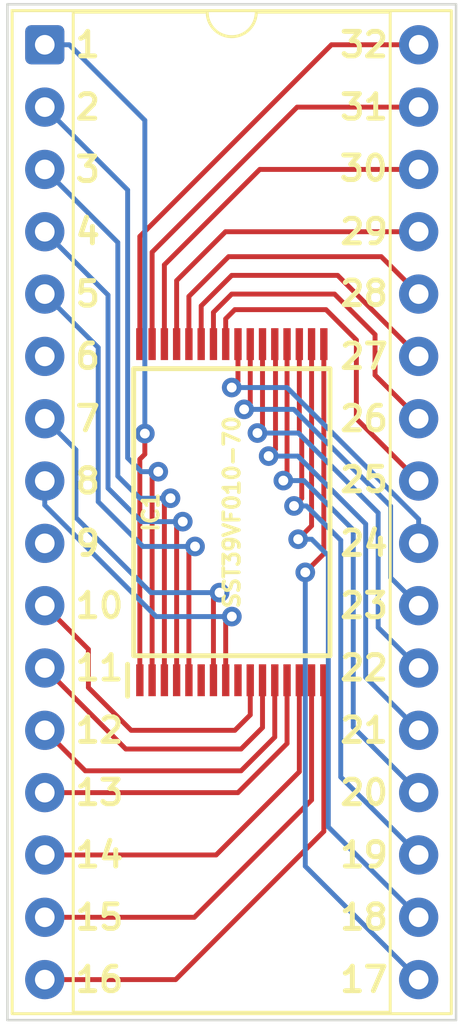
<source format=kicad_pcb>
(kicad_pcb (version 20241229) (generator "pcbnew") (generator_version "9.0")
  (title_block (title "TSSOP32-14mm Adapter") (date "2024-02-15") (rev "V0"))
  (layers (0 "F.Cu" signal) (2 "B.Cu" signal) (13 "F.Paste" user) (15 "B.Paste" user) (5 "F.SilkS" user "F.Silkscreen") (7 "B.SilkS" user "B.Silkscreen") (1 "F.Mask" user) (3 "B.Mask" user) (25 "Edge.Cuts" user))
  (net 0 "")
  (net 1 "/32")
  (net 2 "/16")
  (net 3 "/13")
  (net 4 "/30")
  (net 5 "/29")
  (net 6 "/5")
  (net 7 "/23")
  (net 8 "/19")
  (net 9 "/3")
  (net 10 "/18")
  (net 11 "/27")
  (net 12 "/15")
  (net 13 "/24")
  (net 14 "/7")
  (net 15 "/31")
  (net 16 "/11")
  (net 17 "/17")
  (net 18 "/1")
  (net 19 "/8")
  (net 20 "/20")
  (net 21 "/26")
  (net 22 "/22")
  (net 23 "/28")
  (net 24 "/14")
  (net 25 "/4")
  (net 26 "/21")
  (net 27 "/25")
  (net 28 "/2")
  (net 29 "/10")
  (net 30 "/12")
  (footprint "SamacSys_Parts:SOP50P1400X120-32N" (layer "F.Cu") (at 7.625 19.05 90)
    (property "Reference" "IC1" (at 0 -3.302001 90) (layer "F.SilkS") (effects (font (size 0.635 0.635) (thickness 0.15) (bold yes))))
    (property "Value" "SST39VF010-70-4I-WHE" (hide yes))
    (property "Silkscreen" "SST39VF010-70" (at 0 0 90) (layer "F.SilkS") (effects (font (size 0.635 0.635))))
    (fp_line (start -7.5 -4.25) (end -6.2 -4.25) (stroke (width 0.2)) (layer "F.SilkS"))
    (fp_line (start 5.85 -4) (end 5.85 4) (stroke (width 0.2)) (layer "F.SilkS"))
    (fp_line (start -5.85 -4) (end 5.85 -4) (stroke (width 0.2)) (layer "F.SilkS"))
    (fp_line (start 5.85 4) (end -5.85 4) (stroke (width 0.2)) (layer "F.SilkS"))
    (fp_line (start -5.85 4) (end -5.85 -4) (stroke (width 0.2)) (layer "F.SilkS"))
    (pad "1" smd rect (at -6.85 -3.75 180) (size 0.3 1.3) (layers "F.Cu" "F.Mask" "F.Paste") (net 18 "/1"))
    (pad "2" smd rect (at -6.849999 -3.25 180) (size 0.3 1.3) (layers "F.Cu" "F.Mask" "F.Paste") (net 28 "/2"))
    (pad "3" smd rect (at -6.85 -2.75 180) (size 0.3 1.3) (layers "F.Cu" "F.Mask" "F.Paste") (net 9 "/3"))
    (pad "4" smd rect (at -6.85 -2.25 180) (size 0.3 1.3) (layers "F.Cu" "F.Mask" "F.Paste") (net 25 "/4"))
    (pad "5" smd rect (at -6.85 -1.749999 180) (size 0.3 1.3) (layers "F.Cu" "F.Mask" "F.Paste") (net 6 "/5"))
    (pad "6" smd rect (at -6.85 -1.25 180) (size 0.3 1.3) (layers "F.Cu" "F.Mask" "F.Paste"))
    (pad "7" smd rect (at -6.85 -0.750001 180) (size 0.3 1.3) (layers "F.Cu" "F.Mask" "F.Paste") (net 14 "/7"))
    (pad "8" smd rect (at -6.85 -0.25 180) (size 0.3 1.3) (layers "F.Cu" "F.Mask" "F.Paste") (net 19 "/8"))
    (pad "9" smd rect (at -6.85 0.25 180) (size 0.3 1.3) (layers "F.Cu" "F.Mask" "F.Paste"))
    (pad "10" smd rect (at -6.85 0.750001 180) (size 0.3 1.3) (layers "F.Cu" "F.Mask" "F.Paste") (net 29 "/10"))
    (pad "11" smd rect (at -6.85 1.25 180) (size 0.3 1.3) (layers "F.Cu" "F.Mask" "F.Paste") (net 16 "/11"))
    (pad "12" smd rect (at -6.85 1.749999 180) (size 0.3 1.3) (layers "F.Cu" "F.Mask" "F.Paste") (net 30 "/12"))
    (pad "13" smd rect (at -6.85 2.25 180) (size 0.3 1.3) (layers "F.Cu" "F.Mask" "F.Paste") (net 3 "/13"))
    (pad "14" smd rect (at -6.85 2.75 180) (size 0.3 1.3) (layers "F.Cu" "F.Mask" "F.Paste") (net 24 "/14"))
    (pad "15" smd rect (at -6.849999 3.25 180) (size 0.3 1.3) (layers "F.Cu" "F.Mask" "F.Paste") (net 12 "/15"))
    (pad "16" smd rect (at -6.85 3.75 180) (size 0.3 1.3) (layers "F.Cu" "F.Mask" "F.Paste") (net 2 "/16"))
    (pad "17" smd rect (at 6.85 3.75 180) (size 0.3 1.3) (layers "F.Cu" "F.Mask" "F.Paste") (net 17 "/17"))
    (pad "18" smd rect (at 6.849999 3.25 180) (size 0.3 1.3) (layers "F.Cu" "F.Mask" "F.Paste") (net 10 "/18"))
    (pad "19" smd rect (at 6.85 2.75 180) (size 0.3 1.3) (layers "F.Cu" "F.Mask" "F.Paste") (net 8 "/19"))
    (pad "20" smd rect (at 6.85 2.25 180) (size 0.3 1.3) (layers "F.Cu" "F.Mask" "F.Paste") (net 20 "/20"))
    (pad "21" smd rect (at 6.85 1.749999 180) (size 0.3 1.3) (layers "F.Cu" "F.Mask" "F.Paste") (net 26 "/21"))
    (pad "22" smd rect (at 6.85 1.25 180) (size 0.3 1.3) (layers "F.Cu" "F.Mask" "F.Paste") (net 22 "/22"))
    (pad "23" smd rect (at 6.85 0.750001 180) (size 0.3 1.3) (layers "F.Cu" "F.Mask" "F.Paste") (net 7 "/23"))
    (pad "24" smd rect (at 6.85 0.25 180) (size 0.3 1.3) (layers "F.Cu" "F.Mask" "F.Paste") (net 13 "/24"))
    (pad "25" smd rect (at 6.85 -0.25 180) (size 0.3 1.3) (layers "F.Cu" "F.Mask" "F.Paste") (net 27 "/25"))
    (pad "26" smd rect (at 6.85 -0.750001 180) (size 0.3 1.3) (layers "F.Cu" "F.Mask" "F.Paste") (net 21 "/26"))
    (pad "27" smd rect (at 6.85 -1.25 180) (size 0.3 1.3) (layers "F.Cu" "F.Mask" "F.Paste") (net 11 "/27"))
    (pad "28" smd rect (at 6.85 -1.749999 180) (size 0.3 1.3) (layers "F.Cu" "F.Mask" "F.Paste") (net 23 "/28"))
    (pad "29" smd rect (at 6.85 -2.25 180) (size 0.3 1.3) (layers "F.Cu" "F.Mask" "F.Paste") (net 5 "/29"))
    (pad "30" smd rect (at 6.85 -2.75 180) (size 0.3 1.3) (layers "F.Cu" "F.Mask" "F.Paste") (net 4 "/30"))
    (pad "31" smd rect (at 6.849999 -3.25 180) (size 0.3 1.3) (layers "F.Cu" "F.Mask" "F.Paste") (net 15 "/31"))
    (pad "32" smd rect (at 6.85 -3.75 180) (size 0.3 1.3) (layers "F.Cu" "F.Mask" "F.Paste") (net 1 "/32"))
  )
  (footprint "Package_DIP:DIP-32_W15.24mm_Socket" (layer "F.Cu") (at 0 0)
    (property "Reference" "J1" (hide yes))
    (property "Value" "Conn_02x16_Counter_Clockwise")
    (fp_line (start 1.16 -1.33) (end 1.16 39.43) (stroke (width 0.12)) (layer "F.SilkS"))
    (fp_line (start 1.16 39.43) (end 14.08 39.43) (stroke (width 0.12)) (layer "F.SilkS"))
    (fp_line (start 6.62 -1.33) (end 1.16 -1.33) (stroke (width 0.12)) (layer "F.SilkS"))
    (fp_line (start 14.08 -1.33) (end 8.62 -1.33) (stroke (width 0.12)) (layer "F.SilkS"))
    (fp_line (start 14.08 39.43) (end 14.08 -1.33) (stroke (width 0.12)) (layer "F.SilkS"))
    (fp_rect (start -1.33 -1.39) (end 16.57 39.49) (stroke (width 0.12)) (fill no) (layer "F.SilkS"))
    (fp_arc (start 8.62 -1.33) (mid 7.62 -0.33) (end 6.62 -1.33) (stroke (width 0.12)) (layer "F.SilkS"))
    (pad "1" thru_hole roundrect (at 0 0) (size 1.6 1.6) (drill 0.8) (layers "*.Cu" "*.Mask") (roundrect_rratio 0.15625) (net 18 "/1"))
    (pad "2" thru_hole circle (at 0 2.54) (size 1.6 1.6) (drill 0.8) (layers "*.Cu" "*.Mask") (net 28 "/2"))
    (pad "3" thru_hole circle (at 0 5.08) (size 1.6 1.6) (drill 0.8) (layers "*.Cu" "*.Mask") (net 9 "/3"))
    (pad "4" thru_hole circle (at 0 7.62) (size 1.6 1.6) (drill 0.8) (layers "*.Cu" "*.Mask") (net 25 "/4"))
    (pad "5" thru_hole circle (at 0 10.16) (size 1.6 1.6) (drill 0.8) (layers "*.Cu" "*.Mask") (net 6 "/5"))
    (pad "6" thru_hole circle (at 0 12.7) (size 1.6 1.6) (drill 0.8) (layers "*.Cu" "*.Mask"))
    (pad "7" thru_hole circle (at 0 15.24) (size 1.6 1.6) (drill 0.8) (layers "*.Cu" "*.Mask") (net 14 "/7"))
    (pad "8" thru_hole circle (at 0 17.78) (size 1.6 1.6) (drill 0.8) (layers "*.Cu" "*.Mask") (net 19 "/8"))
    (pad "9" thru_hole circle (at 0 20.32) (size 1.6 1.6) (drill 0.8) (layers "*.Cu" "*.Mask"))
    (pad "10" thru_hole circle (at 0 22.86) (size 1.6 1.6) (drill 0.8) (layers "*.Cu" "*.Mask") (net 29 "/10"))
    (pad "11" thru_hole circle (at 0 25.4) (size 1.6 1.6) (drill 0.8) (layers "*.Cu" "*.Mask") (net 16 "/11"))
    (pad "12" thru_hole circle (at 0 27.94) (size 1.6 1.6) (drill 0.8) (layers "*.Cu" "*.Mask") (net 30 "/12"))
    (pad "13" thru_hole circle (at 0 30.48) (size 1.6 1.6) (drill 0.8) (layers "*.Cu" "*.Mask") (net 3 "/13"))
    (pad "14" thru_hole circle (at 0 33.02) (size 1.6 1.6) (drill 0.8) (layers "*.Cu" "*.Mask") (net 24 "/14"))
    (pad "15" thru_hole circle (at 0 35.56) (size 1.6 1.6) (drill 0.8) (layers "*.Cu" "*.Mask") (net 12 "/15"))
    (pad "16" thru_hole circle (at 0 38.1) (size 1.6 1.6) (drill 0.8) (layers "*.Cu" "*.Mask") (net 2 "/16"))
    (pad "17" thru_hole circle (at 15.24 38.1) (size 1.6 1.6) (drill 0.8) (layers "*.Cu" "*.Mask") (net 17 "/17"))
    (pad "18" thru_hole circle (at 15.24 35.56) (size 1.6 1.6) (drill 0.8) (layers "*.Cu" "*.Mask") (net 10 "/18"))
    (pad "19" thru_hole circle (at 15.24 33.02) (size 1.6 1.6) (drill 0.8) (layers "*.Cu" "*.Mask") (net 8 "/19"))
    (pad "20" thru_hole circle (at 15.24 30.48) (size 1.6 1.6) (drill 0.8) (layers "*.Cu" "*.Mask") (net 20 "/20"))
    (pad "21" thru_hole circle (at 15.24 27.94) (size 1.6 1.6) (drill 0.8) (layers "*.Cu" "*.Mask") (net 26 "/21"))
    (pad "22" thru_hole circle (at 15.24 25.4) (size 1.6 1.6) (drill 0.8) (layers "*.Cu" "*.Mask") (net 22 "/22"))
    (pad "23" thru_hole circle (at 15.24 22.86) (size 1.6 1.6) (drill 0.8) (layers "*.Cu" "*.Mask") (net 7 "/23"))
    (pad "24" thru_hole circle (at 15.24 20.32) (size 1.6 1.6) (drill 0.8) (layers "*.Cu" "*.Mask") (net 13 "/24"))
    (pad "25" thru_hole circle (at 15.24 17.78) (size 1.6 1.6) (drill 0.8) (layers "*.Cu" "*.Mask") (net 27 "/25"))
    (pad "26" thru_hole circle (at 15.24 15.24) (size 1.6 1.6) (drill 0.8) (layers "*.Cu" "*.Mask") (net 21 "/26"))
    (pad "27" thru_hole circle (at 15.24 12.7) (size 1.6 1.6) (drill 0.8) (layers "*.Cu" "*.Mask") (net 11 "/27"))
    (pad "28" thru_hole circle (at 15.24 10.16) (size 1.6 1.6) (drill 0.8) (layers "*.Cu" "*.Mask") (net 23 "/28"))
    (pad "29" thru_hole circle (at 15.24 7.62) (size 1.6 1.6) (drill 0.8) (layers "*.Cu" "*.Mask") (net 5 "/29"))
    (pad "30" thru_hole circle (at 15.24 5.08) (size 1.6 1.6) (drill 0.8) (layers "*.Cu" "*.Mask") (net 4 "/30"))
    (pad "31" thru_hole circle (at 15.24 2.54) (size 1.6 1.6) (drill 0.8) (layers "*.Cu" "*.Mask") (net 15 "/31"))
    (pad "32" thru_hole circle (at 15.24 0) (size 1.6 1.6) (drill 0.8) (layers "*.Cu" "*.Mask") (net 1 "/32"))
  )
  (footprint "SamacSys_Parts:PinHeader_1x16_P2.54mm_Vertical" (layer "B.Cu") (at 0 0 180)
    (property "Reference" "J5" (hide yes))
    (property "Value" "Pin_Header_01x16")
  )
  (footprint "SamacSys_Parts:PinHeader_1x16_P2.54mm_Vertical" (layer "B.Cu") (at 15.24 0 180)
    (property "Reference" "J4" (hide yes))
    (property "Value" "Pin_Header_01x16")
  )
  (gr_line (start -1.524 39.751) (end -1.524 -1.651) (stroke (width 0.1)) (layer "Edge.Cuts"))
  (gr_line (start -1.524 -1.651) (end 16.764 -1.651) (stroke (width 0.1)) (layer "Edge.Cuts"))
  (gr_line (start 16.764 39.751) (end 16.764 -1.651) (stroke (width 0.1)) (layer "Edge.Cuts"))
  (gr_line (start 16.764 39.751) (end -1.524 39.751) (stroke (width 0.1)) (layer "Edge.Cuts"))
  (gr_text "7" (at 1.143 15.24 0) (layer "F.SilkS") (effects (font (size 1 1) (thickness 0.2) (bold yes)) (justify left)))
  (gr_text "12" (at 1.143 27.94 0) (layer "F.SilkS") (effects (font (size 1 1) (thickness 0.2) (bold yes)) (justify left)))
  (gr_text "5" (at 1.143 10.16 0) (layer "F.SilkS") (effects (font (size 1 1) (thickness 0.2) (bold yes)) (justify left)))
  (gr_text "16" (at 1.143 38.1 0) (layer "F.SilkS") (effects (font (size 1 1) (thickness 0.2) (bold yes)) (justify left)))
  (gr_text "8" (at 1.143 17.78 0) (layer "F.SilkS") (effects (font (size 1 1) (thickness 0.2) (bold yes)) (justify left)))
  (gr_text "28" (at 14.096999 10.136671 0) (layer "F.SilkS") (effects (font (size 1 1) (thickness 0.2) (bold yes)) (justify right)))
  (gr_text "15" (at 1.143 35.56 0) (layer "F.SilkS") (effects (font (size 1 1) (thickness 0.2) (bold yes)) (justify left)))
  (gr_text "6" (at 1.143 12.7 0) (layer "F.SilkS") (effects (font (size 1 1) (thickness 0.2) (bold yes)) (justify left)))
  (gr_text "21\n" (at 14.097 27.94 0) (layer "F.SilkS") (effects (font (size 1 1) (thickness 0.2) (bold yes)) (justify right)))
  (gr_text "19" (at 14.097 33.02 0) (layer "F.SilkS") (effects (font (size 1 1) (thickness 0.2) (bold yes)) (justify right)))
  (gr_text "9" (at 1.143 20.32 0) (layer "F.SilkS") (effects (font (size 1 1) (thickness 0.2) (bold yes)) (justify left)))
  (gr_text "13" (at 1.143 30.48 0) (layer "F.SilkS") (effects (font (size 1 1) (thickness 0.2) (bold yes)) (justify left)))
  (gr_text "22" (at 14.097 25.4 0) (layer "F.SilkS") (effects (font (size 1 1) (thickness 0.2) (bold yes)) (justify right)))
  (gr_text "2" (at 1.143 2.54 0) (layer "F.SilkS") (effects (font (size 1 1) (thickness 0.2) (bold yes)) (justify left)))
  (gr_text "29" (at 14.097 7.62 0) (layer "F.SilkS") (effects (font (size 1 1) (thickness 0.2) (bold yes)) (justify right)))
  (gr_text "3" (at 1.143 5.08 0) (layer "F.SilkS") (effects (font (size 1 1) (thickness 0.2) (bold yes)) (justify left)))
  (gr_text "23" (at 14.097 22.86 0) (layer "F.SilkS") (effects (font (size 1 1) (thickness 0.2) (bold yes)) (justify right)))
  (gr_text "4" (at 1.143 7.62 0) (layer "F.SilkS") (effects (font (size 1 1) (thickness 0.2) (bold yes)) (justify left)))
  (gr_text "25" (at 14.096999 17.725969 0) (layer "F.SilkS") (effects (font (size 1 1) (thickness 0.2) (bold yes)) (justify right)))
  (gr_text "11" (at 1.143 25.4 0) (layer "F.SilkS") (effects (font (size 1 1) (thickness 0.2) (bold yes)) (justify left)))
  (gr_text "27" (at 14.097 12.7 0) (layer "F.SilkS") (effects (font (size 1 1) (thickness 0.2) (bold yes)) (justify right)))
  (gr_text "32" (at 14.097 0 0) (layer "F.SilkS") (effects (font (size 1 1) (thickness 0.2) (bold yes)) (justify right)))
  (gr_text "18" (at 14.097 35.56 0) (layer "F.SilkS") (effects (font (size 1 1) (thickness 0.2) (bold yes)) (justify right)))
  (gr_text "30" (at 14.080608 5.038892 0) (layer "F.SilkS") (effects (font (size 1 1) (thickness 0.2) (bold yes)) (justify right)))
  (gr_text "24" (at 14.097 20.32 0) (layer "F.SilkS") (effects (font (size 1 1) (thickness 0.2) (bold yes)) (justify right)))
  (gr_text "26" (at 14.097 15.24 0) (layer "F.SilkS") (effects (font (size 1 1) (thickness 0.2) (bold yes)) (justify right)))
  (gr_text "20" (at 14.097 30.48 0) (layer "F.SilkS") (effects (font (size 1 1) (thickness 0.2) (bold yes)) (justify right)))
  (gr_text "31" (at 14.097 2.54 0) (layer "F.SilkS") (effects (font (size 1 1) (thickness 0.2) (bold yes)) (justify right)))
  (gr_text "17" (at 14.097 38.1 0) (layer "F.SilkS") (effects (font (size 1 1) (thickness 0.2) (bold yes)) (justify right)))
  (gr_text "1" (at 1.143 0 0) (layer "F.SilkS") (effects (font (size 1 1) (thickness 0.2) (bold yes)) (justify left)))
  (gr_text "14" (at 1.143 33.02 0) (layer "F.SilkS") (effects (font (size 1 1) (thickness 0.2) (bold yes)) (justify left)))
  (gr_text "10" (at 1.143 22.86 0) (layer "F.SilkS") (effects (font (size 1 1) (thickness 0.2) (bold yes)) (justify left)))
  (segment (start 11.684 0) (end 15.24 0) (width 0.2) (layer "F.Cu") (net 1))
  (segment (start 3.875 12.2) (end 3.875 7.809) (width 0.2) (layer "F.Cu") (net 1))
  (segment (start 3.875 7.809) (end 11.684 0) (width 0.2) (layer "F.Cu") (net 1))
  (segment (start 11.375 32.059) (end 5.334 38.1) (width 0.2) (layer "F.Cu") (net 2))
  (segment (start 11.375 25.9) (end 11.375 32.059) (width 0.2) (layer "F.Cu") (net 2))
  (segment (start 5.334 38.1) (end 0 38.1) (width 0.2) (layer "F.Cu") (net 2))
  (segment (start 7.874 30.48) (end 0 30.48) (width 0.2) (layer "F.Cu") (net 3))
  (segment (start 9.875 28.479) (end 7.874 30.48) (width 0.2) (layer "F.Cu") (net 3))
  (segment (start 9.875 25.9) (end 9.875 28.479) (width 0.2) (layer "F.Cu") (net 3))
  (segment (start 4.875 12.2) (end 4.875 8.968) (width 0.2) (layer "F.Cu") (net 4))
  (segment (start 4.875 8.968) (end 8.763 5.08) (width 0.2) (layer "F.Cu") (net 4))
  (segment (start 8.763 5.08) (end 15.24 5.08) (width 0.2) (layer "F.Cu") (net 4))
  (segment (start 7.366 7.62) (end 15.24 7.62) (width 0.2) (layer "F.Cu") (net 5))
  (segment (start 5.375 12.2) (end 5.375 9.611) (width 0.2) (layer "F.Cu") (net 5))
  (segment (start 5.375 9.611) (end 7.366 7.62) (width 0.2) (layer "F.Cu") (net 5))
  (segment (start 5.875001 20.696999) (end 6.125 20.447) (width 0.2) (layer "F.Cu") (net 6))
  (segment (start 5.875001 25.9) (end 5.875001 20.696999) (width 0.2) (layer "F.Cu") (net 6))
  (via (at 6.125 20.447) (size 0.8) (drill 0.4) (layers "F.Cu" "B.Cu") (net 6))
  (segment (start 0 10.16) (end 2.178 12.338) (width 0.2) (layer "B.Cu") (net 6))
  (segment (start 2.178 18.6245) (end 4.0005 20.447) (width 0.2) (layer "B.Cu") (net 6))
  (segment (start 4.0005 20.447) (end 6.125 20.447) (width 0.2) (layer "B.Cu") (net 6))
  (segment (start 2.178 12.338) (end 2.178 18.6245) (width 0.2) (layer "B.Cu") (net 6))
  (segment (start 8.375001 14.608999) (end 8.125 14.859) (width 0.2) (layer "F.Cu") (net 7))
  (segment (start 8.375001 12.2) (end 8.375001 14.608999) (width 0.2) (layer "F.Cu") (net 7))
  (via (at 8.125 14.859) (size 0.8) (drill 0.4) (layers "F.Cu" "B.Cu") (net 7))
  (segment (start 14.097 21.717) (end 14.097 18.806003) (width 0.2) (layer "B.Cu") (net 7))
  (segment (start 10.149997 14.859) (end 8.125 14.859) (width 0.2) (layer "B.Cu") (net 7))
  (segment (start 15.24 22.86) (end 14.097 21.717) (width 0.2) (layer "B.Cu") (net 7))
  (segment (start 14.097 18.806003) (end 10.149997 14.859) (width 0.2) (layer "B.Cu") (net 7))
  (segment (start 10.375 15.860653) (end 10.475 15.960653) (width 0.2) (layer "F.Cu") (net 8))
  (segment (start 10.475 15.960653) (end 10.475 18.481) (width 0.2) (layer "F.Cu") (net 8))
  (segment (start 10.375 12.2) (end 10.375 15.860653) (width 0.2) (layer "F.Cu") (net 8))
  (segment (start 10.475 18.481) (end 10.16 18.796) (width 0.2) (layer "F.Cu") (net 8))
  (via (at 10.16 18.796) (size 0.8) (drill 0.4) (layers "F.Cu" "B.Cu") (net 8))
  (segment (start 12.065 29.845) (end 12.065 20.193) (width 0.2) (layer "B.Cu") (net 8))
  (segment (start 10.668 18.796) (end 10.16 18.796) (width 0.2) (layer "B.Cu") (net 8))
  (segment (start 12.065 20.193) (end 10.668 18.796) (width 0.2) (layer "B.Cu") (net 8))
  (segment (start 15.24 33.02) (end 12.065 29.845) (width 0.2) (layer "B.Cu") (net 8))
  (segment (start 4.875 25.9) (end 4.875 18.731326) (width 0.2) (layer "F.Cu") (net 9))
  (segment (start 4.875 18.731326) (end 5.125 18.481326) (width 0.2) (layer "F.Cu") (net 9))
  (via (at 5.125 18.481326) (size 0.8) (drill 0.4) (layers "F.Cu" "B.Cu") (net 9))
  (segment (start 0 5.08) (end 2.978 8.058) (width 0.2) (layer "B.Cu") (net 9))
  (segment (start 2.978 8.058) (end 2.978 17.583) (width 0.2) (layer "B.Cu") (net 9))
  (segment (start 3.876326 18.481326) (end 5.125 18.481326) (width 0.2) (layer "B.Cu") (net 9))
  (segment (start 2.978 17.583) (end 3.876326 18.481326) (width 0.2) (layer "B.Cu") (net 9))
  (segment (start 10.875 12.200001) (end 10.875 19.605) (width 0.2) (layer "F.Cu") (net 10))
  (segment (start 10.875 19.605) (end 10.328169 20.151831) (width 0.2) (layer "F.Cu") (net 10))
  (via (at 10.328169 20.151831) (size 0.8) (drill 0.4) (layers "F.Cu" "B.Cu") (net 10))
  (segment (start 10.880831 20.151831) (end 10.328169 20.151831) (width 0.2) (layer "B.Cu") (net 10))
  (segment (start 11.557 31.877) (end 11.557 20.828) (width 0.2) (layer "B.Cu") (net 10))
  (segment (start 11.557 20.828) (end 10.880831 20.151831) (width 0.2) (layer "B.Cu") (net 10))
  (segment (start 15.24 35.56) (end 11.557 31.877) (width 0.2) (layer "B.Cu") (net 10))
  (segment (start 7.62 9.398) (end 11.938 9.398) (width 0.2) (layer "F.Cu") (net 11))
  (segment (start 6.375 10.643) (end 7.62 9.398) (width 0.2) (layer "F.Cu") (net 11))
  (segment (start 6.375 12.2) (end 6.375 10.643) (width 0.2) (layer "F.Cu") (net 11))
  (segment (start 11.938 9.398) (end 15.24 12.7) (width 0.2) (layer "F.Cu") (net 11))
  (segment (start 10.875 25.899999) (end 10.875 30.781) (width 0.2) (layer "F.Cu") (net 12))
  (segment (start 6.096 35.56) (end 0 35.56) (width 0.2) (layer "F.Cu") (net 12))
  (segment (start 10.875 30.781) (end 6.096 35.56) (width 0.2) (layer "F.Cu") (net 12))
  (segment (start 7.875 12.2) (end 7.875 13.715) (width 0.2) (layer "F.Cu") (net 13))
  (segment (start 7.875 13.715) (end 7.62 13.97) (width 0.2) (layer "F.Cu") (net 13))
  (via (at 7.62 13.97) (size 0.8) (drill 0.4) (layers "F.Cu" "B.Cu") (net 13))
  (segment (start 15.24 19.335636) (end 9.874364 13.97) (width 0.2) (layer "B.Cu") (net 13))
  (segment (start 15.24 20.32) (end 15.24 19.335636) (width 0.2) (layer "B.Cu") (net 13))
  (segment (start 9.874364 13.97) (end 7.62 13.97) (width 0.2) (layer "B.Cu") (net 13))
  (segment (start 6.874999 22.57801) (end 7.125 22.328009) (width 0.2) (layer "F.Cu") (net 14))
  (segment (start 6.874999 25.9) (end 6.874999 22.57801) (width 0.2) (layer "F.Cu") (net 14))
  (via (at 7.125 22.328009) (size 0.8) (drill 0.4) (layers "F.Cu" "B.Cu") (net 14))
  (segment (start 1.27 16.51) (end 1.27 19.27225) (width 0.2) (layer "B.Cu") (net 14))
  (segment (start 0 15.24) (end 1.27 16.51) (width 0.2) (layer "B.Cu") (net 14))
  (segment (start 1.27 19.27225) (end 4.325759 22.328009) (width 0.2) (layer "B.Cu") (net 14))
  (segment (start 4.325759 22.328009) (end 7.125 22.328009) (width 0.2) (layer "B.Cu") (net 14))
  (segment (start 10.287 2.54) (end 15.24 2.54) (width 0.2) (layer "F.Cu") (net 15))
  (segment (start 4.375 8.452) (end 10.287 2.54) (width 0.2) (layer "F.Cu") (net 15))
  (segment (start 4.375 12.200001) (end 4.375 8.452) (width 0.2) (layer "F.Cu") (net 15))
  (segment (start 8.875 25.9) (end 8.875 27.828) (width 0.2) (layer "F.Cu") (net 16))
  (segment (start 8.875 27.828) (end 8.001 28.702) (width 0.2) (layer "F.Cu") (net 16))
  (segment (start 8.001 28.702) (end 3.302 28.702) (width 0.2) (layer "F.Cu") (net 16))
  (segment (start 3.302 28.702) (end 0 25.4) (width 0.2) (layer "F.Cu") (net 16))
  (segment (start 11.375 20.745067) (end 10.617872 21.502195) (width 0.2) (layer "F.Cu") (net 17))
  (segment (start 11.375 12.2) (end 11.375 20.745067) (width 0.2) (layer "F.Cu") (net 17))
  (via (at 10.617872 21.502195) (size 0.8) (drill 0.4) (layers "F.Cu" "B.Cu") (net 17))
  (segment (start 15.24 38.1) (end 10.617872 33.477872) (width 0.2) (layer "B.Cu") (net 17))
  (segment (start 10.617872 33.477872) (end 10.617872 21.502195) (width 0.2) (layer "B.Cu") (net 17))
  (segment (start 4.079328 15.845666) (end 4.079328 16.686672) (width 0.2) (layer "F.Cu") (net 18))
  (segment (start 4.079328 16.686672) (end 3.875 16.891) (width 0.2) (layer "F.Cu") (net 18))
  (segment (start 3.875 25.9) (end 3.875 16.891) (width 0.2) (layer "F.Cu") (net 18))
  (via (at 4.079328 15.845666) (size 0.8) (drill 0.4) (layers "F.Cu" "B.Cu") (net 18))
  (segment (start 0 0) (end 1 0) (width 0.2) (layer "B.Cu") (net 18))
  (segment (start 4.079328 3.079328) (end 4.079328 15.845666) (width 0.2) (layer "B.Cu") (net 18))
  (segment (start 1 0) (end 4.079328 3.079328) (width 0.2) (layer "B.Cu") (net 18))
  (segment (start 7.375 23.554204) (end 7.624999 23.304205) (width 0.2) (layer "F.Cu") (net 19))
  (segment (start 7.375 25.9) (end 7.375 23.554204) (width 0.2) (layer "F.Cu") (net 19))
  (via (at 7.624999 23.304205) (size 0.8) (drill 0.4) (layers "F.Cu" "B.Cu") (net 19))
  (segment (start 0 18.764365) (end 4.53984 23.304205) (width 0.2) (layer "B.Cu") (net 19))
  (segment (start 4.53984 23.304205) (end 7.624999 23.304205) (width 0.2) (layer "B.Cu") (net 19))
  (segment (start 0 17.78) (end 0 18.764365) (width 0.2) (layer "B.Cu") (net 19))
  (segment (start 9.875 12.2) (end 9.875 17.61124) (width 0.2) (layer "F.Cu") (net 20))
  (segment (start 9.875 17.61124) (end 9.724189 17.762051) (width 0.2) (layer "F.Cu") (net 20))
  (via (at 9.724189 17.762051) (size 0.8) (drill 0.4) (layers "F.Cu" "B.Cu") (net 20))
  (segment (start 12.573 27.813) (end 12.573 19.774321) (width 0.2) (layer "B.Cu") (net 20))
  (segment (start 12.573 19.774321) (end 10.56073 17.762051) (width 0.2) (layer "B.Cu") (net 20))
  (segment (start 10.56073 17.762051) (end 9.724189 17.762051) (width 0.2) (layer "B.Cu") (net 20))
  (segment (start 15.24 30.48) (end 12.573 27.813) (width 0.2) (layer "B.Cu") (net 20))
  (segment (start 13.462 13.462) (end 15.24 15.24) (width 0.2) (layer "F.Cu") (net 21))
  (segment (start 6.874999 12.2) (end 6.874999 10.905001) (width 0.2) (layer "F.Cu") (net 21))
  (segment (start 6.874999 10.905001) (end 7.62 10.16) (width 0.2) (layer "F.Cu") (net 21))
  (segment (start 13.462 11.811) (end 13.462 13.462) (width 0.2) (layer "F.Cu") (net 21))
  (segment (start 11.811 10.16) (end 13.462 11.811) (width 0.2) (layer "F.Cu") (net 21))
  (segment (start 7.62 10.16) (end 11.811 10.16) (width 0.2) (layer "F.Cu") (net 21))
  (segment (start 8.875 12.2) (end 8.875 15.61772) (width 0.2) (layer "F.Cu") (net 22))
  (segment (start 8.875 15.61772) (end 8.668616 15.824104) (width 0.2) (layer "F.Cu") (net 22))
  (via (at 8.668616 15.824104) (size 0.8) (drill 0.4) (layers "F.Cu" "B.Cu") (net 22))
  (segment (start 10.337054 15.824104) (end 8.668616 15.824104) (width 0.2) (layer "B.Cu") (net 22))
  (segment (start 13.589 19.07605) (end 10.337054 15.824104) (width 0.2) (layer "B.Cu") (net 22))
  (segment (start 13.589 23.749) (end 13.589 19.07605) (width 0.2) (layer "B.Cu") (net 22))
  (segment (start 15.24 25.4) (end 13.589 23.749) (width 0.2) (layer "B.Cu") (net 22))
  (segment (start 13.716 8.636) (end 15.24 10.16) (width 0.2) (layer "F.Cu") (net 23))
  (segment (start 5.875001 10.253999) (end 7.493 8.636) (width 0.2) (layer "F.Cu") (net 23))
  (segment (start 7.493 8.636) (end 13.716 8.636) (width 0.2) (layer "F.Cu") (net 23))
  (segment (start 5.875001 12.2) (end 5.875001 10.253999) (width 0.2) (layer "F.Cu") (net 23))
  (segment (start 10.375 25.9) (end 10.375 29.63) (width 0.2) (layer "F.Cu") (net 24))
  (segment (start 10.375 29.63) (end 6.985 33.02) (width 0.2) (layer "F.Cu") (net 24))
  (segment (start 6.985 33.02) (end 0 33.02) (width 0.2) (layer "F.Cu") (net 24))
  (segment (start 5.375 25.9) (end 5.375 19.685233) (width 0.2) (layer "F.Cu") (net 25))
  (segment (start 5.375 19.685233) (end 5.625 19.435233) (width 0.2) (layer "F.Cu") (net 25))
  (via (at 5.625 19.435233) (size 0.8) (drill 0.4) (layers "F.Cu" "B.Cu") (net 25))
  (segment (start 2.578 18.072) (end 3.941233 19.435233) (width 0.2) (layer "B.Cu") (net 25))
  (segment (start 0 7.62) (end 2.578 10.198) (width 0.2) (layer "B.Cu") (net 25))
  (segment (start 2.578 10.198) (end 2.578 18.072) (width 0.2) (layer "B.Cu") (net 25))
  (segment (start 3.941233 19.435233) (end 5.625 19.435233) (width 0.2) (layer "B.Cu") (net 25))
  (segment (start 9.405 16.484) (end 9.125 16.764) (width 0.2) (layer "F.Cu") (net 26))
  (segment (start 9.405 12.230001) (end 9.405 16.484) (width 0.2) (layer "F.Cu") (net 26))
  (via (at 9.125 16.764) (size 0.8) (drill 0.4) (layers "F.Cu" "B.Cu") (net 26))
  (segment (start 13.081 25.781) (end 13.081 19.52929) (width 0.2) (layer "B.Cu") (net 26))
  (segment (start 15.24 27.94) (end 13.081 25.781) (width 0.2) (layer "B.Cu") (net 26))
  (segment (start 13.081 19.52929) (end 10.31571 16.764) (width 0.2) (layer "B.Cu") (net 26))
  (segment (start 10.31571 16.764) (end 9.125 16.764) (width 0.2) (layer "B.Cu") (net 26))
  (segment (start 7.747 10.795) (end 11.4635 10.795) (width 0.2) (layer "F.Cu") (net 27))
  (segment (start 7.375 12.2) (end 7.375 11.167) (width 0.2) (layer "F.Cu") (net 27))
  (segment (start 7.375 11.167) (end 7.747 10.795) (width 0.2) (layer "F.Cu") (net 27))
  (segment (start 11.4635 10.795) (end 12.7 12.0315) (width 0.2) (layer "F.Cu") (net 27))
  (segment (start 12.7 12.0315) (end 12.7 15.24) (width 0.2) (layer "F.Cu") (net 27))
  (segment (start 12.7 15.24) (end 15.24 17.78) (width 0.2) (layer "F.Cu") (net 27))
  (segment (start 4.375 25.899999) (end 4.375 17.649) (width 0.2) (layer "F.Cu") (net 28))
  (segment (start 4.375 17.649) (end 4.625 17.399) (width 0.2) (layer "F.Cu") (net 28))
  (via (at 4.625 17.399) (size 0.8) (drill 0.4) (layers "F.Cu" "B.Cu") (net 28))
  (segment (start 3.937 17.399) (end 4.625 17.399) (width 0.2) (layer "B.Cu") (net 28))
  (segment (start 0 2.54) (end 3.378 5.918) (width 0.2) (layer "B.Cu") (net 28))
  (segment (start 3.378 16.84) (end 3.937 17.399) (width 0.2) (layer "B.Cu") (net 28))
  (segment (start 3.378 5.918) (end 3.378 16.84) (width 0.2) (layer "B.Cu") (net 28))
  (segment (start 3.521343 27.94) (end 1.778 26.196657) (width 0.2) (layer "F.Cu") (net 29))
  (segment (start 1.778 24.638) (end 0 22.86) (width 0.2) (layer "F.Cu") (net 29))
  (segment (start 1.778 26.196657) (end 1.778 24.638) (width 0.2) (layer "F.Cu") (net 29))
  (segment (start 8.375001 25.9) (end 8.375001 27.311999) (width 0.2) (layer "F.Cu") (net 29))
  (segment (start 7.747 27.94) (end 3.521343 27.94) (width 0.2) (layer "F.Cu") (net 29))
  (segment (start 8.375001 27.311999) (end 7.747 27.94) (width 0.2) (layer "F.Cu") (net 29))
  (segment (start 9.374999 28.217001) (end 8.001 29.591) (width 0.2) (layer "F.Cu") (net 30))
  (segment (start 8.001 29.591) (end 1.651 29.591) (width 0.2) (layer "F.Cu") (net 30))
  (segment (start 9.374999 25.9) (end 9.374999 28.217001) (width 0.2) (layer "F.Cu") (net 30))
  (segment (start 1.651 29.591) (end 0 27.94) (width 0.2) (layer "F.Cu") (net 30))
)
</source>
